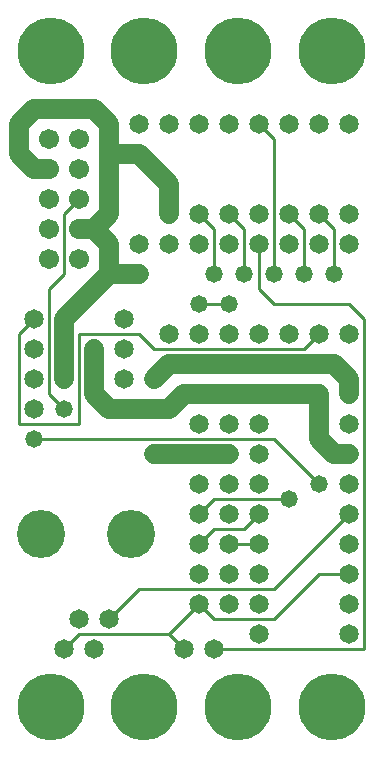
<source format=gbl>
%MOIN*%
%FSLAX25Y25*%
G04 D10 used for Character Trace; *
G04     Circle (OD=.01000) (No hole)*
G04 D11 used for Power Trace; *
G04     Circle (OD=.06500) (No hole)*
G04 D12 used for Signal Trace; *
G04     Circle (OD=.01100) (No hole)*
G04 D13 used for Via; *
G04     Circle (OD=.05800) (Round. Hole ID=.02800)*
G04 D14 used for Component hole; *
G04     Circle (OD=.06500) (Round. Hole ID=.03500)*
G04 D15 used for Component hole; *
G04     Circle (OD=.06700) (Round. Hole ID=.04300)*
G04 D16 used for Component hole; *
G04     Circle (OD=.08100) (Round. Hole ID=.05100)*
G04 D17 used for Component hole; *
G04     Circle (OD=.08900) (Round. Hole ID=.05900)*
G04 D18 used for Component hole; *
G04     Circle (OD=.11300) (Round. Hole ID=.08300)*
G04 D19 used for Component hole; *
G04     Circle (OD=.16000) (Round. Hole ID=.13000)*
G04 D20 used for Component hole; *
G04     Circle (OD=.18300) (Round. Hole ID=.15300)*
G04 D21 used for Component hole; *
G04     Circle (OD=.22291) (Round. Hole ID=.19291)*
%ADD10C,.01000*%
%ADD11C,.06500*%
%ADD12C,.01100*%
%ADD13C,.05800*%
%ADD14C,.06500*%
%ADD15C,.06700*%
%ADD16C,.08100*%
%ADD17C,.08900*%
%ADD18C,.11300*%
%ADD19C,.16000*%
%ADD20C,.18300*%
%ADD21C,.22291*%
%IPPOS*%
%LPD*%
G90*X0Y0D02*D21*X15625Y15625D03*D14*              
X30000Y35000D03*X20000D03*D12*X25000Y40000D01*    
X55000D01*X60000Y35000D01*D14*D03*D12*            
X55000Y40000D02*X65000Y50000D01*D14*D03*D12*      
X70000Y45000D01*X90000D01*X105000Y60000D01*       
X115000D01*D14*D03*Y70000D03*Y50000D03*Y80000D03* 
D12*X90000Y55000D01*X45000D01*X35000Y45000D01*D14*
D03*X25000D03*D19*X42500Y73500D03*D21*            
X46875Y15625D03*D14*X65000Y60000D03*D19*          
X12500Y73500D03*D14*X65000Y70000D03*D12*          
X70000Y75000D01*X80000D01*X85000Y80000D01*D14*D03*
X75000Y90000D03*Y70000D03*D12*X85000D01*D14*D03*  
X75000Y80000D03*Y60000D03*X85000D03*D12*          
X65000Y80000D02*X70000Y85000D01*D14*              
X65000Y80000D03*D12*X70000Y85000D02*X95000D01*D13*
D03*D14*X85000Y90000D03*D13*X105000D03*D12*       
X90000Y105000D01*X10000D01*D13*D03*D12*           
X5000Y110000D02*X25000D01*Y140000D01*X45000D01*   
X50000Y135000D01*X100000D01*X105000Y140000D01*D14*
D03*D12*X120000Y145000D02*X115000Y150000D01*      
X120000Y35000D02*Y145000D01*X70000Y35000D02*      
X120000D01*D14*X70000D03*X85000Y50000D03*         
X75000D03*X85000Y40000D03*D21*X78125Y15625D03*    
X109375D03*D14*X115000Y40000D03*Y90000D03*        
X65000D03*X115000Y100000D03*D11*X110000D01*       
X105000Y105000D01*Y120000D01*D14*D03*D11*         
X60000D01*X55000Y115000D01*X50000D01*D14*D03*D11* 
X40000D01*D14*D03*D11*X35000D01*X30000Y120000D01* 
Y135000D01*D13*D03*D14*X40000Y125000D03*          
Y145000D03*D11*X20000Y125000D02*Y145000D01*D13*   
Y125000D03*D12*Y115000D02*X15000Y120000D01*D13*   
X20000Y115000D03*D12*X15000Y120000D02*Y155000D01* 
X20000Y160000D01*Y180000D01*X25000Y185000D01*D15* 
D03*X15000Y195000D03*D11*X10000D01*               
X5000Y200000D01*Y210000D01*X10000Y215000D01*      
X30000D01*X35000Y210000D01*Y200000D01*Y180000D01* 
X30000Y175000D01*X35000Y170000D01*Y160000D01*     
X20000Y145000D01*D14*X10000Y135000D03*Y145000D03* 
D12*X5000Y140000D01*Y110000D01*D14*               
X10000Y115000D03*Y125000D03*X40000Y135000D03*D13* 
X50000Y100000D03*D11*X65000D01*D14*D03*D11*       
X75000D01*D14*D03*X85000Y110000D03*X65000D03*     
X85000Y100000D03*X75000Y110000D03*                
X50000Y125000D03*D11*X55000Y130000D01*X110000D01* 
X115000Y125000D01*Y120000D01*D14*D03*Y110000D03*  
X95000Y140000D03*X115000D03*X85000D03*D12*        
X90000Y150000D02*X115000D01*X90000D02*            
X85000Y155000D01*Y170000D01*D14*D03*D12*          
X80000Y160000D02*Y175000D01*D13*Y160000D03*       
X75000Y150000D03*D12*X65000D01*D13*D03*D14*       
X75000Y140000D03*X55000D03*D13*X70000Y160000D03*  
D12*Y175000D01*X65000Y180000D01*D14*D03*          
X75000Y170000D03*D11*X55000Y180000D02*Y190000D01* 
D14*Y180000D03*X65000Y170000D03*X45000D03*D11*    
X55000Y190000D02*X45000Y200000D01*D14*D03*D11*    
X35000D01*D14*X45000Y210000D03*D15*               
X25000Y205000D03*Y195000D03*X15000Y205000D03*D14* 
X55000Y210000D03*D15*X15000Y185000D03*Y175000D03* 
X25000D03*D11*X30000D01*D15*X25000Y165000D03*D14* 
X45000Y160000D03*D11*X35000D01*D15*               
X15000Y165000D03*D14*X55000Y170000D03*            
X65000Y140000D03*X75000Y180000D03*D12*            
X80000Y175000D01*D14*X85000Y180000D03*            
X95000Y170000D03*Y180000D03*D12*X100000Y175000D01*
Y160000D01*D13*D03*D14*X105000Y170000D03*D13*     
X110000Y160000D03*D12*Y175000D01*                 
X105000Y180000D01*D14*D03*X115000Y170000D03*      
Y180000D03*D13*X90000Y160000D03*D12*Y205000D01*   
X85000Y210000D01*D14*D03*X95000D03*X75000D03*     
X105000D03*X65000D03*D21*X109375Y234375D03*       
X78125D03*D14*X115000Y210000D03*D21*              
X46875Y234375D03*X15625D03*M02*                   

</source>
